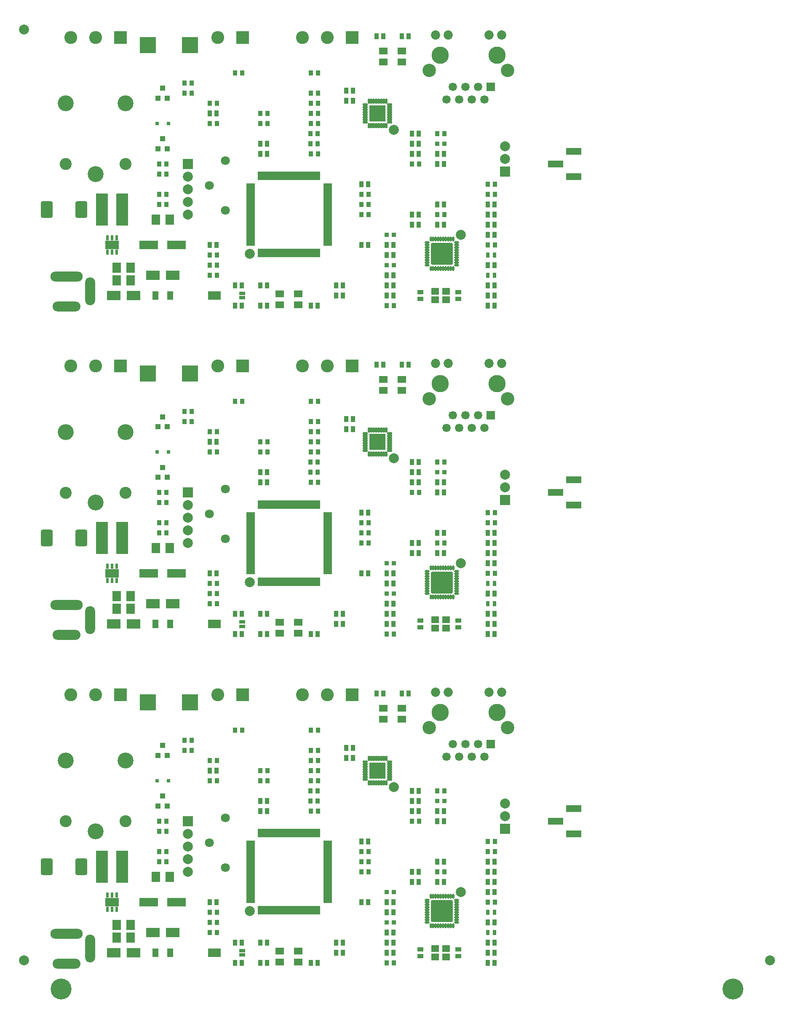
<source format=gts>
G04*
G04 #@! TF.GenerationSoftware,Altium Limited,Altium Designer,22.11.1 (43)*
G04*
G04 Layer_Color=8388736*
%FSLAX26Y26*%
%MOIN*%
G70*
G04*
G04 #@! TF.SameCoordinates,67F67C38-30AF-46BA-A3ED-EFA9B6B7045E*
G04*
G04*
G04 #@! TF.FilePolarity,Negative*
G04*
G01*
G75*
%ADD69C,0.078740*%
%ADD70R,0.070992X0.078866*%
%ADD71R,0.145795X0.070992*%
%ADD72R,0.124535X0.058000*%
%ADD73R,0.070992X0.057213*%
%ADD74R,0.035559X0.047370*%
G04:AMPARAMS|DCode=75|XSize=41.071mil|YSize=18.63mil|CornerRadius=5.329mil|HoleSize=0mil|Usage=FLASHONLY|Rotation=270.000|XOffset=0mil|YOffset=0mil|HoleType=Round|Shape=RoundedRectangle|*
%AMROUNDEDRECTD75*
21,1,0.041071,0.007973,0,0,270.0*
21,1,0.030413,0.018630,0,0,270.0*
1,1,0.010657,-0.003986,-0.015207*
1,1,0.010657,-0.003986,0.015207*
1,1,0.010657,0.003986,0.015207*
1,1,0.010657,0.003986,-0.015207*
%
%ADD75ROUNDEDRECTD75*%
G04:AMPARAMS|DCode=76|XSize=41.071mil|YSize=18.63mil|CornerRadius=5.329mil|HoleSize=0mil|Usage=FLASHONLY|Rotation=180.000|XOffset=0mil|YOffset=0mil|HoleType=Round|Shape=RoundedRectangle|*
%AMROUNDEDRECTD76*
21,1,0.041071,0.007973,0,0,180.0*
21,1,0.030413,0.018630,0,0,180.0*
1,1,0.010657,-0.015207,0.003986*
1,1,0.010657,0.015207,0.003986*
1,1,0.010657,0.015207,-0.003986*
1,1,0.010657,-0.015207,-0.003986*
%
%ADD76ROUNDEDRECTD76*%
%ADD77R,0.130047X0.130047*%
G04:AMPARAMS|DCode=78|XSize=93.827mil|YSize=130.835mil|CornerRadius=14.728mil|HoleSize=0mil|Usage=FLASHONLY|Rotation=0.000|XOffset=0mil|YOffset=0mil|HoleType=Round|Shape=RoundedRectangle|*
%AMROUNDEDRECTD78*
21,1,0.093827,0.101378,0,0,0.0*
21,1,0.064370,0.130835,0,0,0.0*
1,1,0.029457,0.032185,-0.050689*
1,1,0.029457,-0.032185,-0.050689*
1,1,0.029457,-0.032185,0.050689*
1,1,0.029457,0.032185,0.050689*
%
%ADD78ROUNDEDRECTD78*%
%ADD79R,0.106425X0.074929*%
%ADD80R,0.033591X0.043433*%
%ADD81R,0.037528X0.035559*%
%ADD82R,0.069024X0.019811*%
%ADD83R,0.019811X0.069024*%
%ADD84R,0.128079X0.126110*%
%ADD85R,0.039496X0.043433*%
%ADD86R,0.051307X0.031622*%
%ADD87R,0.102488X0.067055*%
%ADD88R,0.094614X0.256031*%
%ADD89R,0.106425X0.070992*%
%ADD90R,0.024535X0.041071*%
%ADD91R,0.047370X0.070992*%
%ADD92R,0.031228X0.025716*%
G04:AMPARAMS|DCode=93|XSize=173.354mil|YSize=173.354mil|CornerRadius=12.268mil|HoleSize=0mil|Usage=FLASHONLY|Rotation=0.000|XOffset=0mil|YOffset=0mil|HoleType=Round|Shape=RoundedRectangle|*
%AMROUNDEDRECTD93*
21,1,0.173354,0.148819,0,0,0.0*
21,1,0.148819,0.173354,0,0,0.0*
1,1,0.024535,0.074409,-0.074409*
1,1,0.024535,-0.074409,-0.074409*
1,1,0.024535,-0.074409,0.074409*
1,1,0.024535,0.074409,0.074409*
%
%ADD93ROUNDEDRECTD93*%
G04:AMPARAMS|DCode=94|XSize=39.496mil|YSize=19.811mil|CornerRadius=6.953mil|HoleSize=0mil|Usage=FLASHONLY|Rotation=270.000|XOffset=0mil|YOffset=0mil|HoleType=Round|Shape=RoundedRectangle|*
%AMROUNDEDRECTD94*
21,1,0.039496,0.005905,0,0,270.0*
21,1,0.025590,0.019811,0,0,270.0*
1,1,0.013906,-0.002953,-0.012795*
1,1,0.013906,-0.002953,0.012795*
1,1,0.013906,0.002953,0.012795*
1,1,0.013906,0.002953,-0.012795*
%
%ADD94ROUNDEDRECTD94*%
G04:AMPARAMS|DCode=95|XSize=39.496mil|YSize=19.811mil|CornerRadius=6.953mil|HoleSize=0mil|Usage=FLASHONLY|Rotation=180.000|XOffset=0mil|YOffset=0mil|HoleType=Round|Shape=RoundedRectangle|*
%AMROUNDEDRECTD95*
21,1,0.039496,0.005905,0,0,180.0*
21,1,0.025590,0.019811,0,0,180.0*
1,1,0.013906,-0.012795,0.002953*
1,1,0.013906,0.012795,0.002953*
1,1,0.013906,0.012795,-0.002953*
1,1,0.013906,-0.012795,-0.002953*
%
%ADD95ROUNDEDRECTD95*%
%ADD96R,0.031622X0.039496*%
%ADD97R,0.047370X0.035559*%
%ADD98R,0.063118X0.055244*%
%ADD99C,0.165480*%
%ADD100O,0.256031X0.078866*%
%ADD101O,0.220598X0.078866*%
%ADD102O,0.078866X0.220598*%
%ADD103C,0.105441*%
%ADD104C,0.072961*%
%ADD105C,0.066189*%
%ADD106R,0.066189X0.066189*%
%ADD107C,0.136346*%
%ADD108C,0.070992*%
%ADD109R,0.102488X0.102488*%
%ADD110C,0.102488*%
%ADD111C,0.094614*%
%ADD112C,0.094614*%
%ADD113C,0.126110*%
%ADD114R,0.078866X0.078866*%
%ADD115C,0.078866*%
G54D69*
X-98425Y7460630D02*
D03*
X5807087Y98425D02*
D03*
X-98425D02*
D03*
X2830000Y1470000D02*
D03*
X3360000Y640000D02*
D03*
X1690000Y490000D02*
D03*
X2830000Y4068425D02*
D03*
X3360000Y3238425D02*
D03*
X1690000Y3088425D02*
D03*
X2830000Y6666850D02*
D03*
X3360000Y5836850D02*
D03*
X1690000Y5686850D02*
D03*
G54D70*
X1055118Y760000D02*
D03*
X944882D02*
D03*
X745118Y380000D02*
D03*
X634882D02*
D03*
X745118Y280000D02*
D03*
X634882D02*
D03*
X1055118Y3358425D02*
D03*
X944882D02*
D03*
X745118Y2978425D02*
D03*
X634882D02*
D03*
X745118Y2878425D02*
D03*
X634882D02*
D03*
X1055118Y5956850D02*
D03*
X944882D02*
D03*
X745118Y5576850D02*
D03*
X634882D02*
D03*
X745118Y5476850D02*
D03*
X634882D02*
D03*
G54D71*
X889764Y560000D02*
D03*
X1110236D02*
D03*
X889764Y3158425D02*
D03*
X1110236D02*
D03*
X889764Y5756850D02*
D03*
X1110236D02*
D03*
G54D72*
X4251732Y1300000D02*
D03*
X4110000Y1200000D02*
D03*
X4251732Y1100000D02*
D03*
Y3898425D02*
D03*
X4110000Y3798425D02*
D03*
X4251732Y3698425D02*
D03*
Y6496850D02*
D03*
X4110000Y6396850D02*
D03*
X4251732Y6296850D02*
D03*
G54D73*
X2892835Y2006693D02*
D03*
X2747166Y2093307D02*
D03*
Y2006693D02*
D03*
X2892835Y2093307D02*
D03*
X2072835Y173307D02*
D03*
X1927166Y86693D02*
D03*
Y173307D02*
D03*
X2072835Y86693D02*
D03*
X2892835Y4605118D02*
D03*
X2747166Y4691732D02*
D03*
Y4605118D02*
D03*
X2892835Y4691732D02*
D03*
X2072835Y2771732D02*
D03*
X1927166Y2685118D02*
D03*
Y2771732D02*
D03*
X2072835Y2685118D02*
D03*
X2892835Y7203543D02*
D03*
X2747166Y7290158D02*
D03*
Y7203543D02*
D03*
X2892835Y7290158D02*
D03*
X2072835Y5370158D02*
D03*
X1927166Y5283543D02*
D03*
Y5370158D02*
D03*
X2072835Y5283543D02*
D03*
G54D74*
X2893425Y2210000D02*
D03*
X2946575D02*
D03*
X2746575D02*
D03*
X2693425D02*
D03*
X2453425Y1700000D02*
D03*
X2506575D02*
D03*
X2453425Y1780000D02*
D03*
X2506575D02*
D03*
X1426575Y1600000D02*
D03*
X1373425D02*
D03*
X3026575Y1280000D02*
D03*
X2973425D02*
D03*
X3173425Y1200000D02*
D03*
X3226575D02*
D03*
X3173425Y1280000D02*
D03*
X3226575D02*
D03*
X3026575Y1440000D02*
D03*
X2973425D02*
D03*
X3026575Y1360000D02*
D03*
X2973425D02*
D03*
X2573425Y560000D02*
D03*
X2626575D02*
D03*
X2426575Y240000D02*
D03*
X2373425D02*
D03*
Y160000D02*
D03*
X2426575D02*
D03*
X2173425Y80000D02*
D03*
X2226575D02*
D03*
X1773425D02*
D03*
X1826575D02*
D03*
X1773425Y240000D02*
D03*
X1826575D02*
D03*
X2626575Y1040000D02*
D03*
X2573425D02*
D03*
X1826575Y1360000D02*
D03*
X1773425D02*
D03*
X1573425Y80000D02*
D03*
X1626575D02*
D03*
X1826575Y1280000D02*
D03*
X1773425D02*
D03*
X3573425Y400000D02*
D03*
X3626575D02*
D03*
Y240000D02*
D03*
X3573425D02*
D03*
Y720000D02*
D03*
X3626575D02*
D03*
X3173425Y880000D02*
D03*
X3226575D02*
D03*
X3573425Y80000D02*
D03*
X3626575D02*
D03*
Y160000D02*
D03*
X3573425D02*
D03*
Y880000D02*
D03*
X3626575D02*
D03*
X3573425Y800000D02*
D03*
X3626575D02*
D03*
X3573425Y640000D02*
D03*
X3626575D02*
D03*
X2826575Y160000D02*
D03*
X2773425D02*
D03*
Y320000D02*
D03*
X2826575D02*
D03*
Y240000D02*
D03*
X2773425D02*
D03*
Y560000D02*
D03*
X2826575D02*
D03*
Y480000D02*
D03*
X2773425D02*
D03*
X3173425Y720000D02*
D03*
X3226575D02*
D03*
X3026575Y800000D02*
D03*
X2973425D02*
D03*
X3026575Y720000D02*
D03*
X2973425D02*
D03*
X1426575Y560000D02*
D03*
X1373425D02*
D03*
X1626575Y240000D02*
D03*
X1573425D02*
D03*
X2893425Y4808425D02*
D03*
X2946575D02*
D03*
X2746575D02*
D03*
X2693425D02*
D03*
X2453425Y4298425D02*
D03*
X2506575D02*
D03*
X2453425Y4378425D02*
D03*
X2506575D02*
D03*
X1426575Y4198425D02*
D03*
X1373425D02*
D03*
X3026575Y3878425D02*
D03*
X2973425D02*
D03*
X3173425Y3798425D02*
D03*
X3226575D02*
D03*
X3173425Y3878425D02*
D03*
X3226575D02*
D03*
X3026575Y4038425D02*
D03*
X2973425D02*
D03*
X3026575Y3958425D02*
D03*
X2973425D02*
D03*
X2573425Y3158425D02*
D03*
X2626575D02*
D03*
X2426575Y2838425D02*
D03*
X2373425D02*
D03*
Y2758425D02*
D03*
X2426575D02*
D03*
X2173425Y2678425D02*
D03*
X2226575D02*
D03*
X1773425D02*
D03*
X1826575D02*
D03*
X1773425Y2838425D02*
D03*
X1826575D02*
D03*
X2626575Y3638425D02*
D03*
X2573425D02*
D03*
X1826575Y3958425D02*
D03*
X1773425D02*
D03*
X1573425Y2678425D02*
D03*
X1626575D02*
D03*
X1826575Y3878425D02*
D03*
X1773425D02*
D03*
X3573425Y2998425D02*
D03*
X3626575D02*
D03*
Y2838425D02*
D03*
X3573425D02*
D03*
Y3318425D02*
D03*
X3626575D02*
D03*
X3173425Y3478425D02*
D03*
X3226575D02*
D03*
X3573425Y2678425D02*
D03*
X3626575D02*
D03*
Y2758425D02*
D03*
X3573425D02*
D03*
Y3478425D02*
D03*
X3626575D02*
D03*
X3573425Y3398425D02*
D03*
X3626575D02*
D03*
X3573425Y3238425D02*
D03*
X3626575D02*
D03*
X2826575Y2758425D02*
D03*
X2773425D02*
D03*
Y2918425D02*
D03*
X2826575D02*
D03*
Y2838425D02*
D03*
X2773425D02*
D03*
Y3158425D02*
D03*
X2826575D02*
D03*
Y3078425D02*
D03*
X2773425D02*
D03*
X3173425Y3318425D02*
D03*
X3226575D02*
D03*
X3026575Y3398425D02*
D03*
X2973425D02*
D03*
X3026575Y3318425D02*
D03*
X2973425D02*
D03*
X1426575Y3158425D02*
D03*
X1373425D02*
D03*
X1626575Y2838425D02*
D03*
X1573425D02*
D03*
X2893425Y7406850D02*
D03*
X2946575D02*
D03*
X2746575D02*
D03*
X2693425D02*
D03*
X2453425Y6896850D02*
D03*
X2506575D02*
D03*
X2453425Y6976850D02*
D03*
X2506575D02*
D03*
X1426575Y6796850D02*
D03*
X1373425D02*
D03*
X3026575Y6476850D02*
D03*
X2973425D02*
D03*
X3173425Y6396850D02*
D03*
X3226575D02*
D03*
X3173425Y6476850D02*
D03*
X3226575D02*
D03*
X3026575Y6636850D02*
D03*
X2973425D02*
D03*
X3026575Y6556850D02*
D03*
X2973425D02*
D03*
X2573425Y5756850D02*
D03*
X2626575D02*
D03*
X2426575Y5436850D02*
D03*
X2373425D02*
D03*
Y5356850D02*
D03*
X2426575D02*
D03*
X2173425Y5276850D02*
D03*
X2226575D02*
D03*
X1773425D02*
D03*
X1826575D02*
D03*
X1773425Y5436850D02*
D03*
X1826575D02*
D03*
X2626575Y6236850D02*
D03*
X2573425D02*
D03*
X1826575Y6556850D02*
D03*
X1773425D02*
D03*
X1573425Y5276850D02*
D03*
X1626575D02*
D03*
X1826575Y6476850D02*
D03*
X1773425D02*
D03*
X3573425Y5596850D02*
D03*
X3626575D02*
D03*
Y5436850D02*
D03*
X3573425D02*
D03*
Y5916850D02*
D03*
X3626575D02*
D03*
X3173425Y6076850D02*
D03*
X3226575D02*
D03*
X3573425Y5276850D02*
D03*
X3626575D02*
D03*
Y5356850D02*
D03*
X3573425D02*
D03*
Y6076850D02*
D03*
X3626575D02*
D03*
X3573425Y5996850D02*
D03*
X3626575D02*
D03*
X3573425Y5836850D02*
D03*
X3626575D02*
D03*
X2826575Y5356850D02*
D03*
X2773425D02*
D03*
Y5516850D02*
D03*
X2826575D02*
D03*
Y5436850D02*
D03*
X2773425D02*
D03*
Y5756850D02*
D03*
X2826575D02*
D03*
Y5676850D02*
D03*
X2773425D02*
D03*
X3173425Y5916850D02*
D03*
X3226575D02*
D03*
X3026575Y5996850D02*
D03*
X2973425D02*
D03*
X3026575Y5916850D02*
D03*
X2973425D02*
D03*
X1426575Y5756850D02*
D03*
X1373425D02*
D03*
X1626575Y5436850D02*
D03*
X1573425D02*
D03*
G54D75*
X2768898Y1695866D02*
D03*
X2749213D02*
D03*
X2729528D02*
D03*
X2709843D02*
D03*
X2690158D02*
D03*
X2670472D02*
D03*
X2650787D02*
D03*
X2631102D02*
D03*
Y1504134D02*
D03*
X2650787D02*
D03*
X2670472D02*
D03*
X2690158D02*
D03*
X2709843D02*
D03*
X2729528D02*
D03*
X2749213D02*
D03*
X2768898D02*
D03*
Y4294291D02*
D03*
X2749213D02*
D03*
X2729528D02*
D03*
X2709843D02*
D03*
X2690158D02*
D03*
X2670472D02*
D03*
X2650787D02*
D03*
X2631102D02*
D03*
Y4102559D02*
D03*
X2650787D02*
D03*
X2670472D02*
D03*
X2690158D02*
D03*
X2709843D02*
D03*
X2729528D02*
D03*
X2749213D02*
D03*
X2768898D02*
D03*
Y6892717D02*
D03*
X2749213D02*
D03*
X2729528D02*
D03*
X2709843D02*
D03*
X2690158D02*
D03*
X2670472D02*
D03*
X2650787D02*
D03*
X2631102D02*
D03*
Y6700984D02*
D03*
X2650787D02*
D03*
X2670472D02*
D03*
X2690158D02*
D03*
X2709843D02*
D03*
X2729528D02*
D03*
X2749213D02*
D03*
X2768898D02*
D03*
G54D76*
X2795866Y1531102D02*
D03*
Y1550787D02*
D03*
Y1570472D02*
D03*
Y1590158D02*
D03*
Y1609842D02*
D03*
Y1629528D02*
D03*
Y1649213D02*
D03*
Y1668898D02*
D03*
X2604134D02*
D03*
Y1649213D02*
D03*
Y1629528D02*
D03*
Y1609842D02*
D03*
Y1590158D02*
D03*
Y1570472D02*
D03*
Y1550787D02*
D03*
Y1531102D02*
D03*
X2795866Y4129528D02*
D03*
Y4149213D02*
D03*
Y4168898D02*
D03*
Y4188583D02*
D03*
Y4208268D02*
D03*
Y4227953D02*
D03*
Y4247638D02*
D03*
Y4267323D02*
D03*
X2604134D02*
D03*
Y4247638D02*
D03*
Y4227953D02*
D03*
Y4208268D02*
D03*
Y4188583D02*
D03*
Y4168898D02*
D03*
Y4149213D02*
D03*
Y4129528D02*
D03*
X2795866Y6727953D02*
D03*
Y6747638D02*
D03*
Y6767323D02*
D03*
Y6787008D02*
D03*
Y6806693D02*
D03*
Y6826378D02*
D03*
Y6846063D02*
D03*
Y6865748D02*
D03*
X2604134D02*
D03*
Y6846063D02*
D03*
Y6826378D02*
D03*
Y6806693D02*
D03*
Y6787008D02*
D03*
Y6767323D02*
D03*
Y6747638D02*
D03*
Y6727953D02*
D03*
G54D77*
X2700000Y1600000D02*
D03*
Y4198425D02*
D03*
Y6796850D02*
D03*
G54D78*
X357205Y840000D02*
D03*
X82795D02*
D03*
X357205Y3438425D02*
D03*
X82795D02*
D03*
X357205Y6036850D02*
D03*
X82795D02*
D03*
G54D79*
X1078740Y320000D02*
D03*
X921260D02*
D03*
X611260Y160000D02*
D03*
X768740D02*
D03*
X1078740Y2918425D02*
D03*
X921260D02*
D03*
X611260Y2758425D02*
D03*
X768740D02*
D03*
X1078740Y5516850D02*
D03*
X921260D02*
D03*
X611260Y5356850D02*
D03*
X768740D02*
D03*
G54D80*
X2171457Y1920000D02*
D03*
X2228543D02*
D03*
X1828543Y1520000D02*
D03*
X1771457D02*
D03*
X1371457Y1680000D02*
D03*
X1428543D02*
D03*
Y1520000D02*
D03*
X1371457D02*
D03*
X1771457Y1600000D02*
D03*
X1828543D02*
D03*
X2971457Y1200000D02*
D03*
X3028543D02*
D03*
X3228543Y1440000D02*
D03*
X3171457D02*
D03*
X2571457Y800000D02*
D03*
X2628543D02*
D03*
X2571457Y880000D02*
D03*
X2628543D02*
D03*
X2571457Y960000D02*
D03*
X2628543D02*
D03*
X1428543Y480000D02*
D03*
X1371457D02*
D03*
X2170000Y1360000D02*
D03*
X2227087D02*
D03*
X2171457Y1280000D02*
D03*
X2228543D02*
D03*
X2171457Y1600000D02*
D03*
X2228543D02*
D03*
X2170000Y1440000D02*
D03*
X2227087D02*
D03*
X2171457Y1520000D02*
D03*
X2228543D02*
D03*
X2171457Y1760000D02*
D03*
X2228543D02*
D03*
X2171457Y1680000D02*
D03*
X2228543D02*
D03*
X1571457Y1920000D02*
D03*
X1628543D02*
D03*
X1371457Y400000D02*
D03*
X1428543D02*
D03*
X1371457Y320000D02*
D03*
X1428543D02*
D03*
X1171457Y1760000D02*
D03*
X1228543D02*
D03*
Y1840000D02*
D03*
X1171457D02*
D03*
X971457Y960000D02*
D03*
X1028543D02*
D03*
Y1120000D02*
D03*
X971457D02*
D03*
Y880000D02*
D03*
X1028543D02*
D03*
X971457Y1200000D02*
D03*
X1028543D02*
D03*
X2828543Y80000D02*
D03*
X2771457D02*
D03*
X3571457Y1040000D02*
D03*
X3628543D02*
D03*
X3571457Y960000D02*
D03*
X3628543D02*
D03*
X3571457Y560000D02*
D03*
X3628543D02*
D03*
X3228543Y800000D02*
D03*
X3171457D02*
D03*
X2171457Y4518425D02*
D03*
X2228543D02*
D03*
X1828543Y4118425D02*
D03*
X1771457D02*
D03*
X1371457Y4278425D02*
D03*
X1428543D02*
D03*
Y4118425D02*
D03*
X1371457D02*
D03*
X1771457Y4198425D02*
D03*
X1828543D02*
D03*
X2971457Y3798425D02*
D03*
X3028543D02*
D03*
X3228543Y4038425D02*
D03*
X3171457D02*
D03*
X2571457Y3398425D02*
D03*
X2628543D02*
D03*
X2571457Y3478425D02*
D03*
X2628543D02*
D03*
X2571457Y3558425D02*
D03*
X2628543D02*
D03*
X1428543Y3078425D02*
D03*
X1371457D02*
D03*
X2170000Y3958425D02*
D03*
X2227087D02*
D03*
X2171457Y3878425D02*
D03*
X2228543D02*
D03*
X2171457Y4198425D02*
D03*
X2228543D02*
D03*
X2170000Y4038425D02*
D03*
X2227087D02*
D03*
X2171457Y4118425D02*
D03*
X2228543D02*
D03*
X2171457Y4358425D02*
D03*
X2228543D02*
D03*
X2171457Y4278425D02*
D03*
X2228543D02*
D03*
X1571457Y4518425D02*
D03*
X1628543D02*
D03*
X1371457Y2998425D02*
D03*
X1428543D02*
D03*
X1371457Y2918425D02*
D03*
X1428543D02*
D03*
X1171457Y4358425D02*
D03*
X1228543D02*
D03*
Y4438425D02*
D03*
X1171457D02*
D03*
X971457Y3558425D02*
D03*
X1028543D02*
D03*
Y3718425D02*
D03*
X971457D02*
D03*
Y3478425D02*
D03*
X1028543D02*
D03*
X971457Y3798425D02*
D03*
X1028543D02*
D03*
X2828543Y2678425D02*
D03*
X2771457D02*
D03*
X3571457Y3638425D02*
D03*
X3628543D02*
D03*
X3571457Y3558425D02*
D03*
X3628543D02*
D03*
X3571457Y3158425D02*
D03*
X3628543D02*
D03*
X3228543Y3398425D02*
D03*
X3171457D02*
D03*
X2171457Y7116850D02*
D03*
X2228543D02*
D03*
X1828543Y6716850D02*
D03*
X1771457D02*
D03*
X1371457Y6876850D02*
D03*
X1428543D02*
D03*
Y6716850D02*
D03*
X1371457D02*
D03*
X1771457Y6796850D02*
D03*
X1828543D02*
D03*
X2971457Y6396850D02*
D03*
X3028543D02*
D03*
X3228543Y6636850D02*
D03*
X3171457D02*
D03*
X2571457Y5996850D02*
D03*
X2628543D02*
D03*
X2571457Y6076850D02*
D03*
X2628543D02*
D03*
X2571457Y6156850D02*
D03*
X2628543D02*
D03*
X1428543Y5676850D02*
D03*
X1371457D02*
D03*
X2170000Y6556850D02*
D03*
X2227087D02*
D03*
X2171457Y6476850D02*
D03*
X2228543D02*
D03*
X2171457Y6796850D02*
D03*
X2228543D02*
D03*
X2170000Y6636850D02*
D03*
X2227087D02*
D03*
X2171457Y6716850D02*
D03*
X2228543D02*
D03*
X2171457Y6956850D02*
D03*
X2228543D02*
D03*
X2171457Y6876850D02*
D03*
X2228543D02*
D03*
X1571457Y7116850D02*
D03*
X1628543D02*
D03*
X1371457Y5596850D02*
D03*
X1428543D02*
D03*
X1371457Y5516850D02*
D03*
X1428543D02*
D03*
X1171457Y6956850D02*
D03*
X1228543D02*
D03*
Y7036850D02*
D03*
X1171457D02*
D03*
X971457Y6156850D02*
D03*
X1028543D02*
D03*
Y6316850D02*
D03*
X971457D02*
D03*
Y6076850D02*
D03*
X1028543D02*
D03*
X971457Y6396850D02*
D03*
X1028543D02*
D03*
X2828543Y5276850D02*
D03*
X2771457D02*
D03*
X3571457Y6236850D02*
D03*
X3628543D02*
D03*
X3571457Y6156850D02*
D03*
X3628543D02*
D03*
X3571457Y5756850D02*
D03*
X3628543D02*
D03*
X3228543Y5996850D02*
D03*
X3171457D02*
D03*
G54D81*
X3228543Y1360000D02*
D03*
X3171457D02*
D03*
X2828543Y640000D02*
D03*
X2771457D02*
D03*
Y400000D02*
D03*
X2828543D02*
D03*
X3228543Y3958425D02*
D03*
X3171457D02*
D03*
X2828543Y3238425D02*
D03*
X2771457D02*
D03*
Y2998425D02*
D03*
X2828543D02*
D03*
X3228543Y6556850D02*
D03*
X3171457D02*
D03*
X2828543Y5836850D02*
D03*
X2771457D02*
D03*
Y5596850D02*
D03*
X2828543D02*
D03*
G54D82*
X1694882Y563779D02*
D03*
Y583465D02*
D03*
Y603150D02*
D03*
Y622835D02*
D03*
Y642520D02*
D03*
Y662205D02*
D03*
Y681890D02*
D03*
Y701575D02*
D03*
Y721260D02*
D03*
Y740945D02*
D03*
Y760630D02*
D03*
Y780315D02*
D03*
Y800000D02*
D03*
Y819685D02*
D03*
Y839370D02*
D03*
Y859055D02*
D03*
Y878740D02*
D03*
Y898425D02*
D03*
Y918110D02*
D03*
Y937795D02*
D03*
Y957480D02*
D03*
Y977165D02*
D03*
Y996850D02*
D03*
Y1016535D02*
D03*
Y1036220D02*
D03*
X2305118D02*
D03*
Y1016535D02*
D03*
Y996850D02*
D03*
Y977165D02*
D03*
Y957480D02*
D03*
Y937795D02*
D03*
Y918110D02*
D03*
Y898425D02*
D03*
Y878740D02*
D03*
Y859055D02*
D03*
Y839370D02*
D03*
Y819685D02*
D03*
Y800000D02*
D03*
Y780315D02*
D03*
Y760630D02*
D03*
Y740945D02*
D03*
Y721260D02*
D03*
Y701575D02*
D03*
Y681890D02*
D03*
Y662205D02*
D03*
Y642520D02*
D03*
Y622835D02*
D03*
Y603150D02*
D03*
Y583465D02*
D03*
Y563779D02*
D03*
X1694882Y3162205D02*
D03*
Y3181890D02*
D03*
Y3201575D02*
D03*
Y3221260D02*
D03*
Y3240945D02*
D03*
Y3260630D02*
D03*
Y3280315D02*
D03*
Y3300000D02*
D03*
Y3319685D02*
D03*
Y3339370D02*
D03*
Y3359055D02*
D03*
Y3378740D02*
D03*
Y3398425D02*
D03*
Y3418110D02*
D03*
Y3437795D02*
D03*
Y3457480D02*
D03*
Y3477165D02*
D03*
Y3496850D02*
D03*
Y3516535D02*
D03*
Y3536220D02*
D03*
Y3555905D02*
D03*
Y3575591D02*
D03*
Y3595276D02*
D03*
Y3614961D02*
D03*
Y3634646D02*
D03*
X2305118D02*
D03*
Y3614961D02*
D03*
Y3595276D02*
D03*
Y3575591D02*
D03*
Y3555905D02*
D03*
Y3536220D02*
D03*
Y3516535D02*
D03*
Y3496850D02*
D03*
Y3477165D02*
D03*
Y3457480D02*
D03*
Y3437795D02*
D03*
Y3418110D02*
D03*
Y3398425D02*
D03*
Y3378740D02*
D03*
Y3359055D02*
D03*
Y3339370D02*
D03*
Y3319685D02*
D03*
Y3300000D02*
D03*
Y3280315D02*
D03*
Y3260630D02*
D03*
Y3240945D02*
D03*
Y3221260D02*
D03*
Y3201575D02*
D03*
Y3181890D02*
D03*
Y3162205D02*
D03*
X1694882Y5760630D02*
D03*
Y5780315D02*
D03*
Y5800000D02*
D03*
Y5819685D02*
D03*
Y5839370D02*
D03*
Y5859055D02*
D03*
Y5878740D02*
D03*
Y5898425D02*
D03*
Y5918110D02*
D03*
Y5937795D02*
D03*
Y5957480D02*
D03*
Y5977165D02*
D03*
Y5996850D02*
D03*
Y6016535D02*
D03*
Y6036221D02*
D03*
Y6055905D02*
D03*
Y6075591D02*
D03*
Y6095276D02*
D03*
Y6114961D02*
D03*
Y6134646D02*
D03*
Y6154331D02*
D03*
Y6174016D02*
D03*
Y6193701D02*
D03*
Y6213386D02*
D03*
Y6233071D02*
D03*
X2305118D02*
D03*
Y6213386D02*
D03*
Y6193701D02*
D03*
Y6174016D02*
D03*
Y6154331D02*
D03*
Y6134646D02*
D03*
Y6114961D02*
D03*
Y6095276D02*
D03*
Y6075591D02*
D03*
Y6055905D02*
D03*
Y6036221D02*
D03*
Y6016535D02*
D03*
Y5996850D02*
D03*
Y5977165D02*
D03*
Y5957480D02*
D03*
Y5937795D02*
D03*
Y5918110D02*
D03*
Y5898425D02*
D03*
Y5878740D02*
D03*
Y5859055D02*
D03*
Y5839370D02*
D03*
Y5819685D02*
D03*
Y5800000D02*
D03*
Y5780315D02*
D03*
Y5760630D02*
D03*
G54D83*
X1763780Y1105118D02*
D03*
X1783465D02*
D03*
X1803150D02*
D03*
X1822835D02*
D03*
X1842520D02*
D03*
X1862205D02*
D03*
X1881890D02*
D03*
X1901575D02*
D03*
X1921260D02*
D03*
X1940945D02*
D03*
X1960630D02*
D03*
X1980315D02*
D03*
X2000000D02*
D03*
X2019685D02*
D03*
X2039370D02*
D03*
X2059055D02*
D03*
X2078740D02*
D03*
X2098425D02*
D03*
X2118110D02*
D03*
X2137795D02*
D03*
X2157480D02*
D03*
X2177166D02*
D03*
X2196851D02*
D03*
X2216535D02*
D03*
X2236221D02*
D03*
Y494882D02*
D03*
X2216535D02*
D03*
X2196851D02*
D03*
X2177166D02*
D03*
X2157480D02*
D03*
X2137795D02*
D03*
X2118110D02*
D03*
X2098425D02*
D03*
X2078740D02*
D03*
X2059055D02*
D03*
X2039370D02*
D03*
X2019685D02*
D03*
X2000000D02*
D03*
X1980315D02*
D03*
X1960630D02*
D03*
X1940945D02*
D03*
X1921260D02*
D03*
X1901575D02*
D03*
X1881890D02*
D03*
X1862205D02*
D03*
X1842520D02*
D03*
X1822835D02*
D03*
X1803150D02*
D03*
X1783465D02*
D03*
X1763780D02*
D03*
Y3703543D02*
D03*
X1783465D02*
D03*
X1803150D02*
D03*
X1822835D02*
D03*
X1842520D02*
D03*
X1862205D02*
D03*
X1881890D02*
D03*
X1901575D02*
D03*
X1921260D02*
D03*
X1940945D02*
D03*
X1960630D02*
D03*
X1980315D02*
D03*
X2000000D02*
D03*
X2019685D02*
D03*
X2039370D02*
D03*
X2059055D02*
D03*
X2078740D02*
D03*
X2098425D02*
D03*
X2118110D02*
D03*
X2137795D02*
D03*
X2157480D02*
D03*
X2177166D02*
D03*
X2196851D02*
D03*
X2216535D02*
D03*
X2236221D02*
D03*
Y3093307D02*
D03*
X2216535D02*
D03*
X2196851D02*
D03*
X2177166D02*
D03*
X2157480D02*
D03*
X2137795D02*
D03*
X2118110D02*
D03*
X2098425D02*
D03*
X2078740D02*
D03*
X2059055D02*
D03*
X2039370D02*
D03*
X2019685D02*
D03*
X2000000D02*
D03*
X1980315D02*
D03*
X1960630D02*
D03*
X1940945D02*
D03*
X1921260D02*
D03*
X1901575D02*
D03*
X1881890D02*
D03*
X1862205D02*
D03*
X1842520D02*
D03*
X1822835D02*
D03*
X1803150D02*
D03*
X1783465D02*
D03*
X1763780D02*
D03*
Y6301968D02*
D03*
X1783465D02*
D03*
X1803150D02*
D03*
X1822835D02*
D03*
X1842520D02*
D03*
X1862205D02*
D03*
X1881890D02*
D03*
X1901575D02*
D03*
X1921260D02*
D03*
X1940945D02*
D03*
X1960630D02*
D03*
X1980315D02*
D03*
X2000000D02*
D03*
X2019685D02*
D03*
X2039370D02*
D03*
X2059055D02*
D03*
X2078740D02*
D03*
X2098425D02*
D03*
X2118110D02*
D03*
X2137795D02*
D03*
X2157480D02*
D03*
X2177166D02*
D03*
X2196851D02*
D03*
X2216535D02*
D03*
X2236221D02*
D03*
Y5691732D02*
D03*
X2216535D02*
D03*
X2196851D02*
D03*
X2177166D02*
D03*
X2157480D02*
D03*
X2137795D02*
D03*
X2118110D02*
D03*
X2098425D02*
D03*
X2078740D02*
D03*
X2059055D02*
D03*
X2039370D02*
D03*
X2019685D02*
D03*
X2000000D02*
D03*
X1980315D02*
D03*
X1960630D02*
D03*
X1940945D02*
D03*
X1921260D02*
D03*
X1901575D02*
D03*
X1881890D02*
D03*
X1862205D02*
D03*
X1842520D02*
D03*
X1822835D02*
D03*
X1803150D02*
D03*
X1783465D02*
D03*
X1763780D02*
D03*
G54D84*
X883662Y2140000D02*
D03*
X1216339D02*
D03*
X883662Y4738425D02*
D03*
X1216339D02*
D03*
X883662Y7336850D02*
D03*
X1216339D02*
D03*
G54D85*
X1037402Y1720630D02*
D03*
X1000000Y1799370D02*
D03*
X962598Y1720630D02*
D03*
X1037402Y1320630D02*
D03*
X1000000Y1399370D02*
D03*
X962598Y1320630D02*
D03*
X1037402Y4319055D02*
D03*
X1000000Y4397795D02*
D03*
X962598Y4319055D02*
D03*
X1037402Y3919055D02*
D03*
X1000000Y3997795D02*
D03*
X962598Y3919055D02*
D03*
X1037402Y6917480D02*
D03*
X1000000Y6996221D02*
D03*
X962598Y6917480D02*
D03*
X1037402Y6517480D02*
D03*
X1000000Y6596221D02*
D03*
X962598Y6517480D02*
D03*
G54D86*
X1629252Y177716D02*
D03*
Y142284D02*
D03*
Y2776142D02*
D03*
Y2740709D02*
D03*
Y5374567D02*
D03*
Y5339134D02*
D03*
G54D87*
X1410748Y160000D02*
D03*
Y2758425D02*
D03*
Y5356850D02*
D03*
G54D88*
X519291Y840000D02*
D03*
X680709D02*
D03*
X519291Y3438425D02*
D03*
X680709D02*
D03*
X519291Y6036850D02*
D03*
X680709D02*
D03*
G54D89*
X600000Y560000D02*
D03*
Y3158425D02*
D03*
Y5756850D02*
D03*
G54D90*
X637402Y503504D02*
D03*
X600000D02*
D03*
X562598D02*
D03*
Y616496D02*
D03*
X600000D02*
D03*
X637402D02*
D03*
Y3101929D02*
D03*
X600000D02*
D03*
X562598D02*
D03*
Y3214921D02*
D03*
X600000D02*
D03*
X637402D02*
D03*
Y5700354D02*
D03*
X600000D02*
D03*
X562598D02*
D03*
Y5813346D02*
D03*
X600000D02*
D03*
X637402D02*
D03*
G54D91*
X1059055Y160000D02*
D03*
X940945D02*
D03*
X1059055Y2758425D02*
D03*
X940945D02*
D03*
X1059055Y5356850D02*
D03*
X940945D02*
D03*
G54D92*
X1044291Y1520000D02*
D03*
X955709D02*
D03*
X1044291Y4118425D02*
D03*
X955709D02*
D03*
X1044291Y6716850D02*
D03*
X955709D02*
D03*
G54D93*
X3209528Y489528D02*
D03*
Y3087953D02*
D03*
Y5686378D02*
D03*
G54D94*
X3120945Y605669D02*
D03*
X3140630D02*
D03*
X3160315D02*
D03*
X3180000D02*
D03*
X3199685D02*
D03*
X3219370D02*
D03*
X3239055D02*
D03*
X3258740D02*
D03*
X3278425D02*
D03*
X3298110D02*
D03*
Y373386D02*
D03*
X3278425D02*
D03*
X3258740D02*
D03*
X3239055D02*
D03*
X3219370D02*
D03*
X3199685D02*
D03*
X3180000D02*
D03*
X3160315D02*
D03*
X3140630D02*
D03*
X3120945D02*
D03*
Y3204095D02*
D03*
X3140630D02*
D03*
X3160315D02*
D03*
X3180000D02*
D03*
X3199685D02*
D03*
X3219370D02*
D03*
X3239055D02*
D03*
X3258740D02*
D03*
X3278425D02*
D03*
X3298110D02*
D03*
Y2971811D02*
D03*
X3278425D02*
D03*
X3258740D02*
D03*
X3239055D02*
D03*
X3219370D02*
D03*
X3199685D02*
D03*
X3180000D02*
D03*
X3160315D02*
D03*
X3140630D02*
D03*
X3120945D02*
D03*
Y5802520D02*
D03*
X3140630D02*
D03*
X3160315D02*
D03*
X3180000D02*
D03*
X3199685D02*
D03*
X3219370D02*
D03*
X3239055D02*
D03*
X3258740D02*
D03*
X3278425D02*
D03*
X3298110D02*
D03*
Y5570236D02*
D03*
X3278425D02*
D03*
X3258740D02*
D03*
X3239055D02*
D03*
X3219370D02*
D03*
X3199685D02*
D03*
X3180000D02*
D03*
X3160315D02*
D03*
X3140630D02*
D03*
X3120945D02*
D03*
G54D95*
X3325669Y578110D02*
D03*
Y558425D02*
D03*
Y538740D02*
D03*
Y519055D02*
D03*
Y499370D02*
D03*
Y479685D02*
D03*
Y460000D02*
D03*
Y440315D02*
D03*
Y420630D02*
D03*
Y400945D02*
D03*
X3093386D02*
D03*
Y420630D02*
D03*
Y440315D02*
D03*
Y460000D02*
D03*
Y479685D02*
D03*
Y499370D02*
D03*
Y519055D02*
D03*
Y538740D02*
D03*
Y558425D02*
D03*
Y578110D02*
D03*
X3325669Y3176535D02*
D03*
Y3156850D02*
D03*
Y3137165D02*
D03*
Y3117480D02*
D03*
Y3097795D02*
D03*
Y3078110D02*
D03*
Y3058425D02*
D03*
Y3038740D02*
D03*
Y3019055D02*
D03*
Y2999370D02*
D03*
X3093386D02*
D03*
Y3019055D02*
D03*
Y3038740D02*
D03*
Y3058425D02*
D03*
Y3078110D02*
D03*
Y3097795D02*
D03*
Y3117480D02*
D03*
Y3137165D02*
D03*
Y3156850D02*
D03*
Y3176535D02*
D03*
X3325669Y5774961D02*
D03*
Y5755276D02*
D03*
Y5735591D02*
D03*
Y5715906D02*
D03*
Y5696221D02*
D03*
Y5676535D02*
D03*
Y5656850D02*
D03*
Y5637165D02*
D03*
Y5617480D02*
D03*
Y5597795D02*
D03*
X3093386D02*
D03*
Y5617480D02*
D03*
Y5637165D02*
D03*
Y5656850D02*
D03*
Y5676535D02*
D03*
Y5696221D02*
D03*
Y5715906D02*
D03*
Y5735591D02*
D03*
Y5755276D02*
D03*
Y5774961D02*
D03*
G54D96*
X3572441Y320000D02*
D03*
X3627559D02*
D03*
X3572441Y480000D02*
D03*
X3627559D02*
D03*
X3572441Y2918425D02*
D03*
X3627559D02*
D03*
X3572441Y3078425D02*
D03*
X3627559D02*
D03*
X3572441Y5516850D02*
D03*
X3627559D02*
D03*
X3572441Y5676850D02*
D03*
X3627559D02*
D03*
G54D97*
X3340000Y186575D02*
D03*
Y133425D02*
D03*
X3040000D02*
D03*
Y186575D02*
D03*
X3340000Y2785000D02*
D03*
Y2731850D02*
D03*
X3040000D02*
D03*
Y2785000D02*
D03*
X3340000Y5383425D02*
D03*
Y5330276D02*
D03*
X3040000D02*
D03*
Y5383425D02*
D03*
G54D98*
X3156693Y193465D02*
D03*
X3243307D02*
D03*
X3156693Y126535D02*
D03*
X3243307D02*
D03*
X3156693Y2791890D02*
D03*
X3243307D02*
D03*
X3156693Y2724961D02*
D03*
X3243307D02*
D03*
X3156693Y5390315D02*
D03*
X3243307D02*
D03*
X3156693Y5323386D02*
D03*
X3243307D02*
D03*
G54D99*
X5511811Y-127953D02*
D03*
X196850D02*
D03*
G54D100*
X240000Y310000D02*
D03*
Y2908425D02*
D03*
Y5506850D02*
D03*
G54D101*
Y73779D02*
D03*
Y2672205D02*
D03*
Y5270630D02*
D03*
G54D102*
X425039Y191890D02*
D03*
Y2790315D02*
D03*
Y5388740D02*
D03*
G54D103*
X3110000Y1940000D02*
D03*
X3730079D02*
D03*
X3110000Y4538425D02*
D03*
X3730079D02*
D03*
X3110000Y7136850D02*
D03*
X3730079D02*
D03*
G54D104*
X3159016Y2219921D02*
D03*
X3259016D02*
D03*
X3581063D02*
D03*
X3681063D02*
D03*
X3159016Y4818346D02*
D03*
X3259016D02*
D03*
X3581063D02*
D03*
X3681063D02*
D03*
X3159016Y7416772D02*
D03*
X3259016D02*
D03*
X3581063D02*
D03*
X3681063D02*
D03*
G54D105*
X3245039Y1710079D02*
D03*
X3295039Y1810079D02*
D03*
X3345039Y1710079D02*
D03*
X3395039Y1810079D02*
D03*
X3445039Y1710079D02*
D03*
X3495039Y1810079D02*
D03*
X3545039Y1710079D02*
D03*
X3245039Y4308504D02*
D03*
X3295039Y4408504D02*
D03*
X3345039Y4308504D02*
D03*
X3395039Y4408504D02*
D03*
X3445039Y4308504D02*
D03*
X3495039Y4408504D02*
D03*
X3545039Y4308504D02*
D03*
X3245039Y6906929D02*
D03*
X3295039Y7006929D02*
D03*
X3345039Y6906929D02*
D03*
X3395039Y7006929D02*
D03*
X3445039Y6906929D02*
D03*
X3495039Y7006929D02*
D03*
X3545039Y6906929D02*
D03*
G54D106*
X3595039Y1810079D02*
D03*
Y4408504D02*
D03*
Y7006929D02*
D03*
G54D107*
X3195039Y2060079D02*
D03*
X3645039D02*
D03*
X3195039Y4658504D02*
D03*
X3645039D02*
D03*
X3195039Y7256929D02*
D03*
X3645039D02*
D03*
G54D108*
X1370000Y1030000D02*
D03*
X1495984Y833150D02*
D03*
Y1226850D02*
D03*
X1370000Y3628425D02*
D03*
X1495984Y3431575D02*
D03*
Y3825276D02*
D03*
X1370000Y6226850D02*
D03*
X1495984Y6030000D02*
D03*
Y6423701D02*
D03*
G54D109*
X1633858Y2200000D02*
D03*
X2500000D02*
D03*
X666851D02*
D03*
X1633858Y4798425D02*
D03*
X2500000D02*
D03*
X666851D02*
D03*
X1633858Y7396850D02*
D03*
X2500000D02*
D03*
X666851D02*
D03*
G54D110*
X1437008Y2200000D02*
D03*
X2106299D02*
D03*
X2303150D02*
D03*
X470000D02*
D03*
X273150D02*
D03*
X1437008Y4798425D02*
D03*
X2106299D02*
D03*
X2303150D02*
D03*
X470000D02*
D03*
X273150D02*
D03*
X1437008Y7396850D02*
D03*
X2106299D02*
D03*
X2303150D02*
D03*
X470000D02*
D03*
X273150D02*
D03*
G54D111*
X233779Y1199213D02*
D03*
Y3797638D02*
D03*
Y6396064D02*
D03*
G54D112*
X706221Y1199213D02*
D03*
Y3797638D02*
D03*
Y6396064D02*
D03*
G54D113*
X233779Y1679527D02*
D03*
X706221D02*
D03*
X469999Y1120473D02*
D03*
X233779Y4277952D02*
D03*
X706221D02*
D03*
X469999Y3718898D02*
D03*
X233779Y6876378D02*
D03*
X706221D02*
D03*
X469999Y6317324D02*
D03*
G54D114*
X3710000Y1140000D02*
D03*
X1200000Y1200000D02*
D03*
X3710000Y3738425D02*
D03*
X1200000Y3798425D02*
D03*
X3710000Y6336850D02*
D03*
X1200000Y6396850D02*
D03*
G54D115*
X3710000Y1340000D02*
D03*
Y1240000D02*
D03*
X1200000Y800000D02*
D03*
Y900000D02*
D03*
Y1000000D02*
D03*
Y1100000D02*
D03*
X3710000Y3938425D02*
D03*
Y3838425D02*
D03*
X1200000Y3398425D02*
D03*
Y3498425D02*
D03*
Y3598425D02*
D03*
Y3698425D02*
D03*
X3710000Y6536850D02*
D03*
Y6436850D02*
D03*
X1200000Y5996850D02*
D03*
Y6096850D02*
D03*
Y6196850D02*
D03*
Y6296850D02*
D03*
M02*

</source>
